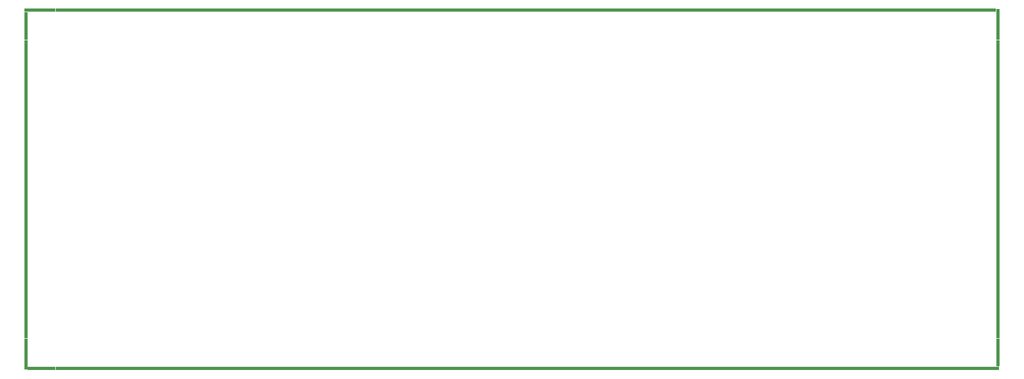
<source format=gbr>
G04 ===== Begin FILE IDENTIFICATION =====*
G04 File Format:  Gerber RS274X*
G04 ===== End FILE IDENTIFICATION =====*
%FSLAX36Y36*%
%MOMM*%
%SFA1.0000B1.0000*%
%OFA0.0B0.0*%
%ADD14R,145.439130X0.500000*%
%ADD15R,4.500000X0.500000*%
%ADD16R,0.500000X5.000000*%
%ADD17R,5.000000X0.500000*%
%ADD18R,0.500000X4.500000*%
%ADD19R,0.500000X47.700000*%
%LNads_edgeLayer*%
%IPPOS*%
%LPD*%
G75*
D14*
X1469565Y-15150000D03*
D15*
X-73500000D03*
D16*
X-76000000Y-12900000D03*
D17*
X-73750000Y42050000D03*
D18*
X-76000000Y39550000D03*
D19*
Y13450000D03*
D15*
X76439130Y42050000D03*
D14*
X1469565D03*
D17*
X76689130Y-15150000D03*
D18*
X78939130Y-12650000D03*
D16*
Y39800000D03*
D19*
Y13450000D03*
M02*


</source>
